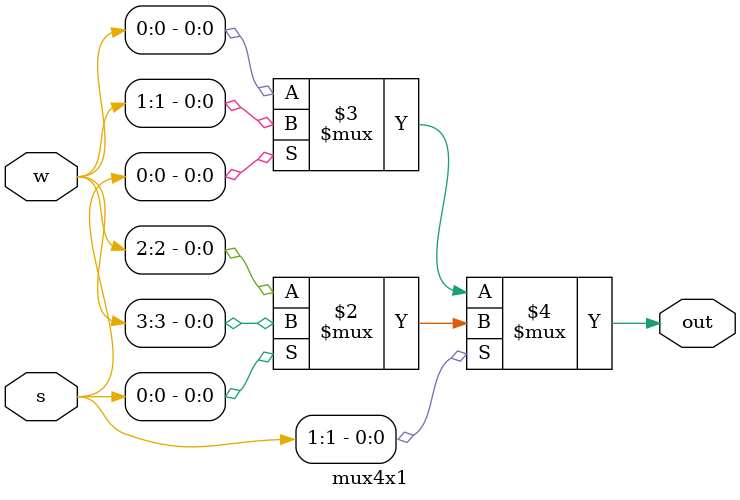
<source format=v>
module mux4x1(w,s,out);
    input [3:0] w;
    input [1:0] s;
    output reg out;

    always@(w or s)
    out = s[1]?(s[0]?w[3]:w[2]):(s[0]?w[1]:w[0]);
endmodule
</source>
